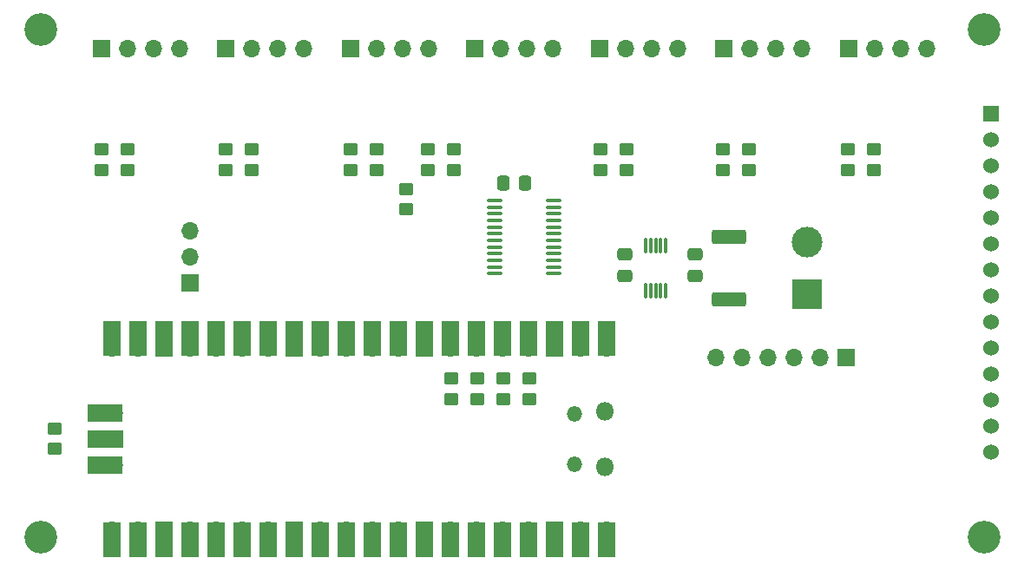
<source format=gbr>
%TF.GenerationSoftware,KiCad,Pcbnew,(6.0.1)*%
%TF.CreationDate,2022-11-17T10:08:14-05:00*%
%TF.ProjectId,ThermixelCtrl,54686572-6d69-4786-956c-4374726c2e6b,rev?*%
%TF.SameCoordinates,Original*%
%TF.FileFunction,Soldermask,Top*%
%TF.FilePolarity,Negative*%
%FSLAX46Y46*%
G04 Gerber Fmt 4.6, Leading zero omitted, Abs format (unit mm)*
G04 Created by KiCad (PCBNEW (6.0.1)) date 2022-11-17 10:08:14*
%MOMM*%
%LPD*%
G01*
G04 APERTURE LIST*
G04 Aperture macros list*
%AMRoundRect*
0 Rectangle with rounded corners*
0 $1 Rounding radius*
0 $2 $3 $4 $5 $6 $7 $8 $9 X,Y pos of 4 corners*
0 Add a 4 corners polygon primitive as box body*
4,1,4,$2,$3,$4,$5,$6,$7,$8,$9,$2,$3,0*
0 Add four circle primitives for the rounded corners*
1,1,$1+$1,$2,$3*
1,1,$1+$1,$4,$5*
1,1,$1+$1,$6,$7*
1,1,$1+$1,$8,$9*
0 Add four rect primitives between the rounded corners*
20,1,$1+$1,$2,$3,$4,$5,0*
20,1,$1+$1,$4,$5,$6,$7,0*
20,1,$1+$1,$6,$7,$8,$9,0*
20,1,$1+$1,$8,$9,$2,$3,0*%
G04 Aperture macros list end*
%ADD10R,1.700000X1.700000*%
%ADD11O,1.700000X1.700000*%
%ADD12RoundRect,0.250000X0.337500X0.475000X-0.337500X0.475000X-0.337500X-0.475000X0.337500X-0.475000X0*%
%ADD13RoundRect,0.250000X0.450000X-0.350000X0.450000X0.350000X-0.450000X0.350000X-0.450000X-0.350000X0*%
%ADD14RoundRect,0.250000X-0.450000X0.350000X-0.450000X-0.350000X0.450000X-0.350000X0.450000X0.350000X0*%
%ADD15C,3.200000*%
%ADD16O,1.800000X1.800000*%
%ADD17O,1.500000X1.500000*%
%ADD18R,1.700000X3.500000*%
%ADD19R,3.500000X1.700000*%
%ADD20RoundRect,0.250000X0.475000X-0.337500X0.475000X0.337500X-0.475000X0.337500X-0.475000X-0.337500X0*%
%ADD21RoundRect,0.075000X0.075000X-0.650000X0.075000X0.650000X-0.075000X0.650000X-0.075000X-0.650000X0*%
%ADD22RoundRect,0.250000X-0.475000X0.337500X-0.475000X-0.337500X0.475000X-0.337500X0.475000X0.337500X0*%
%ADD23RoundRect,0.249999X-1.425001X0.450001X-1.425001X-0.450001X1.425001X-0.450001X1.425001X0.450001X0*%
%ADD24RoundRect,0.100000X-0.637500X-0.100000X0.637500X-0.100000X0.637500X0.100000X-0.637500X0.100000X0*%
%ADD25R,3.000000X3.000000*%
%ADD26C,3.000000*%
%ADD27R,1.524000X1.524000*%
%ADD28C,1.524000*%
G04 APERTURE END LIST*
D10*
%TO.C,J3*%
X81534000Y-34995000D03*
D11*
X78994000Y-34995000D03*
X76454000Y-34995000D03*
X73914000Y-34995000D03*
X71374000Y-34995000D03*
X68834000Y-34995000D03*
%TD*%
D12*
%TO.C,C2*%
X50215000Y-18008000D03*
X48140000Y-18008000D03*
%TD*%
D10*
%TO.C,J4*%
X8890000Y-4826000D03*
D11*
X11430000Y-4826000D03*
X13970000Y-4826000D03*
X16510000Y-4826000D03*
%TD*%
D10*
%TO.C,J5*%
X21039666Y-4826000D03*
D11*
X23579666Y-4826000D03*
X26119666Y-4826000D03*
X28659666Y-4826000D03*
%TD*%
D10*
%TO.C,J6*%
X33189332Y-4826000D03*
D11*
X35729332Y-4826000D03*
X38269332Y-4826000D03*
X40809332Y-4826000D03*
%TD*%
D10*
%TO.C,J7*%
X45338998Y-4826000D03*
D11*
X47878998Y-4826000D03*
X50418998Y-4826000D03*
X52958998Y-4826000D03*
%TD*%
D10*
%TO.C,J8*%
X57488664Y-4826000D03*
D11*
X60028664Y-4826000D03*
X62568664Y-4826000D03*
X65108664Y-4826000D03*
%TD*%
D10*
%TO.C,J9*%
X69638330Y-4826000D03*
D11*
X72178330Y-4826000D03*
X74718330Y-4826000D03*
X77258330Y-4826000D03*
%TD*%
D10*
%TO.C,J10*%
X81788000Y-4826000D03*
D11*
X84328000Y-4826000D03*
X86868000Y-4826000D03*
X89408000Y-4826000D03*
%TD*%
D13*
%TO.C,R1*%
X8930000Y-16700000D03*
X8930000Y-14700000D03*
%TD*%
%TO.C,R2*%
X11470000Y-16700000D03*
X11470000Y-14700000D03*
%TD*%
%TO.C,R3*%
X57628000Y-16700000D03*
X57628000Y-14700000D03*
%TD*%
%TO.C,R4*%
X60168000Y-16700000D03*
X60168000Y-14700000D03*
%TD*%
%TO.C,R6*%
X21050000Y-16700000D03*
X21050000Y-14700000D03*
%TD*%
%TO.C,R7*%
X23590000Y-16700000D03*
X23590000Y-14700000D03*
%TD*%
%TO.C,R8*%
X69530000Y-16700000D03*
X69530000Y-14700000D03*
%TD*%
%TO.C,R9*%
X72070000Y-16700000D03*
X72070000Y-14700000D03*
%TD*%
%TO.C,R10*%
X33250000Y-16700000D03*
X33250000Y-14700000D03*
%TD*%
%TO.C,R11*%
X35790000Y-16700000D03*
X35790000Y-14700000D03*
%TD*%
%TO.C,R12*%
X81780000Y-16700000D03*
X81780000Y-14700000D03*
%TD*%
%TO.C,R13*%
X84320000Y-16700000D03*
X84320000Y-14700000D03*
%TD*%
D14*
%TO.C,R21*%
X38608000Y-20558000D03*
X38608000Y-18558000D03*
%TD*%
D13*
%TO.C,R15*%
X40720000Y-16700000D03*
X40720000Y-14700000D03*
%TD*%
%TO.C,R16*%
X43260000Y-16700000D03*
X43260000Y-14700000D03*
%TD*%
%TO.C,R18*%
X48150600Y-39056000D03*
X48150600Y-37056000D03*
%TD*%
%TO.C,R19*%
X50690600Y-39056000D03*
X50690600Y-37056000D03*
%TD*%
D15*
%TO.C,H1*%
X3000000Y-52500000D03*
%TD*%
%TO.C,H2*%
X3000000Y-3000000D03*
%TD*%
%TO.C,H3*%
X95000000Y-3000000D03*
%TD*%
%TO.C,H4*%
X95000000Y-52500000D03*
%TD*%
D14*
%TO.C,R17*%
X43070600Y-37056000D03*
X43070600Y-39056000D03*
%TD*%
D16*
%TO.C,U2*%
X58070000Y-40242600D03*
D17*
X55040000Y-45392600D03*
D16*
X58070000Y-45692600D03*
D17*
X55040000Y-40542600D03*
D18*
X58200000Y-33177600D03*
D11*
X58200000Y-34077600D03*
D18*
X55660000Y-33177600D03*
D11*
X55660000Y-34077600D03*
D10*
X53120000Y-34077600D03*
D18*
X53120000Y-33177600D03*
X50580000Y-33177600D03*
D11*
X50580000Y-34077600D03*
X48040000Y-34077600D03*
D18*
X48040000Y-33177600D03*
D11*
X45500000Y-34077600D03*
D18*
X45500000Y-33177600D03*
D11*
X42960000Y-34077600D03*
D18*
X42960000Y-33177600D03*
D10*
X40420000Y-34077600D03*
D18*
X40420000Y-33177600D03*
D11*
X37880000Y-34077600D03*
D18*
X37880000Y-33177600D03*
D11*
X35340000Y-34077600D03*
D18*
X35340000Y-33177600D03*
D11*
X32800000Y-34077600D03*
D18*
X32800000Y-33177600D03*
X30260000Y-33177600D03*
D11*
X30260000Y-34077600D03*
D18*
X27720000Y-33177600D03*
D10*
X27720000Y-34077600D03*
D18*
X25180000Y-33177600D03*
D11*
X25180000Y-34077600D03*
D18*
X22640000Y-33177600D03*
D11*
X22640000Y-34077600D03*
X20100000Y-34077600D03*
D18*
X20100000Y-33177600D03*
D11*
X17560000Y-34077600D03*
D18*
X17560000Y-33177600D03*
X15020000Y-33177600D03*
D10*
X15020000Y-34077600D03*
D11*
X12480000Y-34077600D03*
D18*
X12480000Y-33177600D03*
D11*
X9940000Y-34077600D03*
D18*
X9940000Y-33177600D03*
X9940000Y-52757600D03*
D11*
X9940000Y-51857600D03*
D18*
X12480000Y-52757600D03*
D11*
X12480000Y-51857600D03*
D18*
X15020000Y-52757600D03*
D10*
X15020000Y-51857600D03*
D18*
X17560000Y-52757600D03*
D11*
X17560000Y-51857600D03*
X20100000Y-51857600D03*
D18*
X20100000Y-52757600D03*
X22640000Y-52757600D03*
D11*
X22640000Y-51857600D03*
D18*
X25180000Y-52757600D03*
D11*
X25180000Y-51857600D03*
D18*
X27720000Y-52757600D03*
D10*
X27720000Y-51857600D03*
D11*
X30260000Y-51857600D03*
D18*
X30260000Y-52757600D03*
X32800000Y-52757600D03*
D11*
X32800000Y-51857600D03*
D18*
X35340000Y-52757600D03*
D11*
X35340000Y-51857600D03*
X37880000Y-51857600D03*
D18*
X37880000Y-52757600D03*
D10*
X40420000Y-51857600D03*
D18*
X40420000Y-52757600D03*
X42960000Y-52757600D03*
D11*
X42960000Y-51857600D03*
X45500000Y-51857600D03*
D18*
X45500000Y-52757600D03*
D11*
X48040000Y-51857600D03*
D18*
X48040000Y-52757600D03*
D11*
X50580000Y-51857600D03*
D18*
X50580000Y-52757600D03*
X53120000Y-52757600D03*
D10*
X53120000Y-51857600D03*
D11*
X55660000Y-51857600D03*
D18*
X55660000Y-52757600D03*
D11*
X58200000Y-51857600D03*
D18*
X58200000Y-52757600D03*
D11*
X10170000Y-40427600D03*
D19*
X9270000Y-40427600D03*
X9270000Y-42967600D03*
D10*
X10170000Y-42967600D03*
D11*
X10170000Y-45507600D03*
D19*
X9270000Y-45507600D03*
%TD*%
D14*
%TO.C,R20*%
X4318000Y-41926000D03*
X4318000Y-43926000D03*
%TD*%
%TO.C,R14*%
X45610600Y-37056000D03*
X45610600Y-39056000D03*
%TD*%
D20*
%TO.C,C1*%
X66798000Y-27043500D03*
X66798000Y-24968500D03*
%TD*%
D21*
%TO.C,U1*%
X61988000Y-28460000D03*
X62488000Y-28460000D03*
X62988000Y-28460000D03*
X63488000Y-28460000D03*
X63988000Y-28460000D03*
X63988000Y-24060000D03*
X63488000Y-24060000D03*
X62988000Y-24060000D03*
X62488000Y-24060000D03*
X61988000Y-24060000D03*
%TD*%
D22*
%TO.C,C3*%
X59940000Y-24968500D03*
X59940000Y-27043500D03*
%TD*%
D10*
%TO.C,J2*%
X17526000Y-27686000D03*
D11*
X17526000Y-25146000D03*
X17526000Y-22606000D03*
%TD*%
D23*
%TO.C,R5*%
X70100000Y-23210000D03*
X70100000Y-29310000D03*
%TD*%
D24*
%TO.C,U3*%
X47287500Y-19685000D03*
X47287500Y-20335000D03*
X47287500Y-20985000D03*
X47287500Y-21635000D03*
X47287500Y-22285000D03*
X47287500Y-22935000D03*
X47287500Y-23585000D03*
X47287500Y-24235000D03*
X47287500Y-24885000D03*
X47287500Y-25535000D03*
X47287500Y-26185000D03*
X47287500Y-26835000D03*
X53012500Y-26835000D03*
X53012500Y-26185000D03*
X53012500Y-25535000D03*
X53012500Y-24885000D03*
X53012500Y-24235000D03*
X53012500Y-23585000D03*
X53012500Y-22935000D03*
X53012500Y-22285000D03*
X53012500Y-21635000D03*
X53012500Y-20985000D03*
X53012500Y-20335000D03*
X53012500Y-19685000D03*
%TD*%
D25*
%TO.C,J1*%
X77720000Y-28800000D03*
D26*
X77720000Y-23720000D03*
%TD*%
D27*
%TO.C,DIS1*%
X95750000Y-11220000D03*
D28*
X95750000Y-13760000D03*
X95750000Y-16300000D03*
X95750000Y-18840000D03*
X95750000Y-21380000D03*
X95750000Y-23920000D03*
X95750000Y-26460000D03*
X95750000Y-29000000D03*
X95750000Y-31540000D03*
X95750000Y-34080000D03*
X95750000Y-36620000D03*
X95750000Y-39160000D03*
X95750000Y-41700000D03*
X95750000Y-44240000D03*
%TD*%
M02*

</source>
